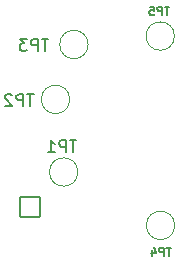
<source format=gbr>
%TF.GenerationSoftware,KiCad,Pcbnew,7.0.10*%
%TF.CreationDate,2024-01-24T08:03:13+07:00*%
%TF.ProjectId,QMTech-MiSTeX,514d5465-6368-42d4-9d69-535465582e6b,rev?*%
%TF.SameCoordinates,Original*%
%TF.FileFunction,Legend,Bot*%
%TF.FilePolarity,Positive*%
%FSLAX46Y46*%
G04 Gerber Fmt 4.6, Leading zero omitted, Abs format (unit mm)*
G04 Created by KiCad (PCBNEW 7.0.10) date 2024-01-24 08:03:13*
%MOMM*%
%LPD*%
G01*
G04 APERTURE LIST*
G04 Aperture macros list*
%AMRoundRect*
0 Rectangle with rounded corners*
0 $1 Rounding radius*
0 $2 $3 $4 $5 $6 $7 $8 $9 X,Y pos of 4 corners*
0 Add a 4 corners polygon primitive as box body*
4,1,4,$2,$3,$4,$5,$6,$7,$8,$9,$2,$3,0*
0 Add four circle primitives for the rounded corners*
1,1,$1+$1,$2,$3*
1,1,$1+$1,$4,$5*
1,1,$1+$1,$6,$7*
1,1,$1+$1,$8,$9*
0 Add four rect primitives between the rounded corners*
20,1,$1+$1,$2,$3,$4,$5,0*
20,1,$1+$1,$4,$5,$6,$7,0*
20,1,$1+$1,$6,$7,$8,$9,0*
20,1,$1+$1,$8,$9,$2,$3,0*%
G04 Aperture macros list end*
%ADD10C,0.150000*%
%ADD11C,0.120000*%
%ADD12RoundRect,0.100000X0.850000X0.850000X-0.850000X0.850000X-0.850000X-0.850000X0.850000X-0.850000X0*%
%ADD13O,1.900000X1.900000*%
%ADD14RoundRect,0.100000X-0.850000X0.850000X-0.850000X-0.850000X0.850000X-0.850000X0.850000X0.850000X0*%
%ADD15C,1.900000*%
%ADD16C,4.200000*%
%ADD17RoundRect,0.100000X-0.850000X-0.850000X0.850000X-0.850000X0.850000X0.850000X-0.850000X0.850000X0*%
%ADD18R,1.680000X1.680000*%
%ADD19O,1.680000X1.680000*%
%ADD20C,1.000000*%
%ADD21C,6.200000*%
%ADD22C,3.200000*%
%ADD23C,0.850000*%
%ADD24O,2.300000X1.200000*%
%ADD25O,1.800000X1.200000*%
%ADD26RoundRect,0.100000X0.850000X-0.850000X0.850000X0.850000X-0.850000X0.850000X-0.850000X-0.850000X0*%
%ADD27O,3.700000X1.700000*%
%ADD28O,2.500000X1.700000*%
%ADD29RoundRect,0.100000X-0.700000X0.700000X-0.700000X-0.700000X0.700000X-0.700000X0.700000X0.700000X0*%
%ADD30C,1.600000*%
%ADD31C,2.000000*%
%ADD32C,1.200000*%
%ADD33O,3.900000X2.000000*%
%ADD34C,1.300000*%
%ADD35C,2.200000*%
G04 APERTURE END LIST*
D10*
X228058504Y-53201219D02*
X227487076Y-53201219D01*
X227772790Y-54201219D02*
X227772790Y-53201219D01*
X227153742Y-54201219D02*
X227153742Y-53201219D01*
X227153742Y-53201219D02*
X226772790Y-53201219D01*
X226772790Y-53201219D02*
X226677552Y-53248838D01*
X226677552Y-53248838D02*
X226629933Y-53296457D01*
X226629933Y-53296457D02*
X226582314Y-53391695D01*
X226582314Y-53391695D02*
X226582314Y-53534552D01*
X226582314Y-53534552D02*
X226629933Y-53629790D01*
X226629933Y-53629790D02*
X226677552Y-53677409D01*
X226677552Y-53677409D02*
X226772790Y-53725028D01*
X226772790Y-53725028D02*
X227153742Y-53725028D01*
X225629933Y-54201219D02*
X226201361Y-54201219D01*
X225915647Y-54201219D02*
X225915647Y-53201219D01*
X225915647Y-53201219D02*
X226010885Y-53344076D01*
X226010885Y-53344076D02*
X226106123Y-53439314D01*
X226106123Y-53439314D02*
X226201361Y-53486933D01*
X235934933Y-41881633D02*
X235534933Y-41881633D01*
X235734933Y-42581633D02*
X235734933Y-41881633D01*
X235301600Y-42581633D02*
X235301600Y-41881633D01*
X235301600Y-41881633D02*
X235034933Y-41881633D01*
X235034933Y-41881633D02*
X234968267Y-41914966D01*
X234968267Y-41914966D02*
X234934933Y-41948300D01*
X234934933Y-41948300D02*
X234901600Y-42014966D01*
X234901600Y-42014966D02*
X234901600Y-42114966D01*
X234901600Y-42114966D02*
X234934933Y-42181633D01*
X234934933Y-42181633D02*
X234968267Y-42214966D01*
X234968267Y-42214966D02*
X235034933Y-42248300D01*
X235034933Y-42248300D02*
X235301600Y-42248300D01*
X234268267Y-41881633D02*
X234601600Y-41881633D01*
X234601600Y-41881633D02*
X234634933Y-42214966D01*
X234634933Y-42214966D02*
X234601600Y-42181633D01*
X234601600Y-42181633D02*
X234534933Y-42148300D01*
X234534933Y-42148300D02*
X234368267Y-42148300D01*
X234368267Y-42148300D02*
X234301600Y-42181633D01*
X234301600Y-42181633D02*
X234268267Y-42214966D01*
X234268267Y-42214966D02*
X234234933Y-42281633D01*
X234234933Y-42281633D02*
X234234933Y-42448300D01*
X234234933Y-42448300D02*
X234268267Y-42514966D01*
X234268267Y-42514966D02*
X234301600Y-42548300D01*
X234301600Y-42548300D02*
X234368267Y-42581633D01*
X234368267Y-42581633D02*
X234534933Y-42581633D01*
X234534933Y-42581633D02*
X234601600Y-42548300D01*
X234601600Y-42548300D02*
X234634933Y-42514966D01*
X225670904Y-44616019D02*
X225099476Y-44616019D01*
X225385190Y-45616019D02*
X225385190Y-44616019D01*
X224766142Y-45616019D02*
X224766142Y-44616019D01*
X224766142Y-44616019D02*
X224385190Y-44616019D01*
X224385190Y-44616019D02*
X224289952Y-44663638D01*
X224289952Y-44663638D02*
X224242333Y-44711257D01*
X224242333Y-44711257D02*
X224194714Y-44806495D01*
X224194714Y-44806495D02*
X224194714Y-44949352D01*
X224194714Y-44949352D02*
X224242333Y-45044590D01*
X224242333Y-45044590D02*
X224289952Y-45092209D01*
X224289952Y-45092209D02*
X224385190Y-45139828D01*
X224385190Y-45139828D02*
X224766142Y-45139828D01*
X223861380Y-44616019D02*
X223242333Y-44616019D01*
X223242333Y-44616019D02*
X223575666Y-44996971D01*
X223575666Y-44996971D02*
X223432809Y-44996971D01*
X223432809Y-44996971D02*
X223337571Y-45044590D01*
X223337571Y-45044590D02*
X223289952Y-45092209D01*
X223289952Y-45092209D02*
X223242333Y-45187447D01*
X223242333Y-45187447D02*
X223242333Y-45425542D01*
X223242333Y-45425542D02*
X223289952Y-45520780D01*
X223289952Y-45520780D02*
X223337571Y-45568400D01*
X223337571Y-45568400D02*
X223432809Y-45616019D01*
X223432809Y-45616019D02*
X223718523Y-45616019D01*
X223718523Y-45616019D02*
X223813761Y-45568400D01*
X223813761Y-45568400D02*
X223861380Y-45520780D01*
X236061933Y-62277833D02*
X235661933Y-62277833D01*
X235861933Y-62977833D02*
X235861933Y-62277833D01*
X235428600Y-62977833D02*
X235428600Y-62277833D01*
X235428600Y-62277833D02*
X235161933Y-62277833D01*
X235161933Y-62277833D02*
X235095267Y-62311166D01*
X235095267Y-62311166D02*
X235061933Y-62344500D01*
X235061933Y-62344500D02*
X235028600Y-62411166D01*
X235028600Y-62411166D02*
X235028600Y-62511166D01*
X235028600Y-62511166D02*
X235061933Y-62577833D01*
X235061933Y-62577833D02*
X235095267Y-62611166D01*
X235095267Y-62611166D02*
X235161933Y-62644500D01*
X235161933Y-62644500D02*
X235428600Y-62644500D01*
X234428600Y-62511166D02*
X234428600Y-62977833D01*
X234595267Y-62244500D02*
X234761933Y-62744500D01*
X234761933Y-62744500D02*
X234328600Y-62744500D01*
X224451704Y-49289619D02*
X223880276Y-49289619D01*
X224165990Y-50289619D02*
X224165990Y-49289619D01*
X223546942Y-50289619D02*
X223546942Y-49289619D01*
X223546942Y-49289619D02*
X223165990Y-49289619D01*
X223165990Y-49289619D02*
X223070752Y-49337238D01*
X223070752Y-49337238D02*
X223023133Y-49384857D01*
X223023133Y-49384857D02*
X222975514Y-49480095D01*
X222975514Y-49480095D02*
X222975514Y-49622952D01*
X222975514Y-49622952D02*
X223023133Y-49718190D01*
X223023133Y-49718190D02*
X223070752Y-49765809D01*
X223070752Y-49765809D02*
X223165990Y-49813428D01*
X223165990Y-49813428D02*
X223546942Y-49813428D01*
X222594561Y-49384857D02*
X222546942Y-49337238D01*
X222546942Y-49337238D02*
X222451704Y-49289619D01*
X222451704Y-49289619D02*
X222213609Y-49289619D01*
X222213609Y-49289619D02*
X222118371Y-49337238D01*
X222118371Y-49337238D02*
X222070752Y-49384857D01*
X222070752Y-49384857D02*
X222023133Y-49480095D01*
X222023133Y-49480095D02*
X222023133Y-49575333D01*
X222023133Y-49575333D02*
X222070752Y-49718190D01*
X222070752Y-49718190D02*
X222642180Y-50289619D01*
X222642180Y-50289619D02*
X222023133Y-50289619D01*
D11*
%TO.C,TP1*%
X228174400Y-55880000D02*
G75*
G03*
X225774400Y-55880000I-1200000J0D01*
G01*
X225774400Y-55880000D02*
G75*
G03*
X228174400Y-55880000I1200000J0D01*
G01*
%TO.C,TP5*%
X236353200Y-44373800D02*
G75*
G03*
X233953200Y-44373800I-1200000J0D01*
G01*
X233953200Y-44373800D02*
G75*
G03*
X236353200Y-44373800I1200000J0D01*
G01*
%TO.C,TP3*%
X229038000Y-45085000D02*
G75*
G03*
X226638000Y-45085000I-1200000J0D01*
G01*
X226638000Y-45085000D02*
G75*
G03*
X229038000Y-45085000I1200000J0D01*
G01*
%TO.C,TP4*%
X236378600Y-60401200D02*
G75*
G03*
X233978600Y-60401200I-1200000J0D01*
G01*
X233978600Y-60401200D02*
G75*
G03*
X236378600Y-60401200I1200000J0D01*
G01*
%TO.C,TP2*%
X227488600Y-49733200D02*
G75*
G03*
X225088600Y-49733200I-1200000J0D01*
G01*
X225088600Y-49733200D02*
G75*
G03*
X227488600Y-49733200I1200000J0D01*
G01*
%TD*%
%LPC*%
D12*
%TO.C,J14*%
X148386800Y-72034400D03*
D13*
X148386800Y-69494400D03*
X148386800Y-66954400D03*
X148386800Y-64414400D03*
X148386800Y-61874400D03*
%TD*%
D14*
%TO.C,J6*%
X175209200Y-44704000D03*
D13*
X172669200Y-44704000D03*
X170129200Y-44704000D03*
X167589200Y-44704000D03*
X165049200Y-44704000D03*
X162509200Y-44704000D03*
%TD*%
D15*
%TO.C,VGA1*%
X230480800Y-48073800D03*
X230480800Y-50343800D03*
X230480800Y-52633800D03*
X230480800Y-54923800D03*
X230480800Y-57213800D03*
X232460800Y-46913800D03*
X232460800Y-49193800D03*
X232460800Y-51493800D03*
X232460800Y-53773800D03*
X232460800Y-56073800D03*
X234440800Y-48073800D03*
X234440800Y-50343800D03*
X234440800Y-52633800D03*
X234440800Y-54923800D03*
X234440800Y-57213800D03*
D16*
X232460800Y-39893800D03*
X232460800Y-64873800D03*
%TD*%
D17*
%TO.C,J12*%
X172593000Y-51206400D03*
D13*
X172593000Y-53746400D03*
X172593000Y-56286400D03*
%TD*%
D18*
%TO.C,J4*%
X136309100Y-58694400D03*
D19*
X138849100Y-58694400D03*
X136309100Y-61234400D03*
X138849100Y-61234400D03*
X136309100Y-63774400D03*
X138849100Y-63774400D03*
X136309100Y-66314400D03*
X138849100Y-66314400D03*
X136309100Y-68854400D03*
X138849100Y-68854400D03*
X136309100Y-71394400D03*
X138849100Y-71394400D03*
X136309100Y-73934400D03*
X138849100Y-73934400D03*
X136309100Y-76474400D03*
X138849100Y-76474400D03*
X136309100Y-79014400D03*
X138849100Y-79014400D03*
X136309100Y-81554400D03*
X138849100Y-81554400D03*
X136309100Y-84094400D03*
X138849100Y-84094400D03*
X136309100Y-86634400D03*
X138849100Y-86634400D03*
X136309100Y-89174400D03*
X138849100Y-89174400D03*
X136309100Y-91714400D03*
X138849100Y-91714400D03*
X136309100Y-94254400D03*
X138849100Y-94254400D03*
X136309100Y-96794400D03*
X138849100Y-96794400D03*
X136309100Y-99334400D03*
X138849100Y-99334400D03*
X136309100Y-101874400D03*
X138849100Y-101874400D03*
X136309100Y-104414400D03*
X138849100Y-104414400D03*
X136309100Y-106954400D03*
X138849100Y-106954400D03*
X136309100Y-109494400D03*
X138849100Y-109494400D03*
X136309100Y-112034400D03*
X138849100Y-112034400D03*
X136309100Y-114574400D03*
X138849100Y-114574400D03*
X136309100Y-117114400D03*
X138849100Y-117114400D03*
X136309100Y-119654400D03*
X138849100Y-119654400D03*
X136309100Y-122194400D03*
X138849100Y-122194400D03*
X136309100Y-124734400D03*
X138849100Y-124734400D03*
X136309100Y-127274400D03*
X138849100Y-127274400D03*
X136309100Y-129814400D03*
X138849100Y-129814400D03*
X136309100Y-132354400D03*
X138849100Y-132354400D03*
X136309100Y-134894400D03*
X138849100Y-134894400D03*
X136309100Y-137434400D03*
X138849100Y-137434400D03*
%TD*%
D20*
%TO.C,H8*%
X107387000Y-62103000D03*
X108046010Y-60512010D03*
X108046010Y-63693990D03*
X109637000Y-59853000D03*
D21*
X109637000Y-62103000D03*
D20*
X109637000Y-64353000D03*
X111227990Y-60512010D03*
X111227990Y-63693990D03*
X111887000Y-62103000D03*
%TD*%
D12*
%TO.C,J11*%
X227457000Y-108966000D03*
D13*
X227457000Y-106426000D03*
X227457000Y-103886000D03*
X227457000Y-101346000D03*
X227457000Y-98806000D03*
X227457000Y-96266000D03*
%TD*%
D22*
%TO.C,H3*%
X99314000Y-98044000D03*
%TD*%
D18*
%TO.C,J2*%
X130149600Y-86715600D03*
D19*
X132689600Y-86715600D03*
X130149600Y-89255600D03*
X132689600Y-89255600D03*
X130149600Y-91795600D03*
X132689600Y-91795600D03*
X130149600Y-94335600D03*
X132689600Y-94335600D03*
X130149600Y-96875600D03*
X132689600Y-96875600D03*
X130149600Y-99415600D03*
X132689600Y-99415600D03*
X130149600Y-101955600D03*
X132689600Y-101955600D03*
X130149600Y-104495600D03*
X132689600Y-104495600D03*
X130149600Y-107035600D03*
X132689600Y-107035600D03*
X130149600Y-109575600D03*
X132689600Y-109575600D03*
X130149600Y-112115600D03*
X132689600Y-112115600D03*
X130149600Y-114655600D03*
X132689600Y-114655600D03*
X130149600Y-117195600D03*
X132689600Y-117195600D03*
X130149600Y-119735600D03*
X132689600Y-119735600D03*
X130149600Y-122275600D03*
X132689600Y-122275600D03*
X130149600Y-124815600D03*
X132689600Y-124815600D03*
X130149600Y-127355600D03*
X132689600Y-127355600D03*
X130149600Y-129895600D03*
X132689600Y-129895600D03*
X130149600Y-132435600D03*
X132689600Y-132435600D03*
X130149600Y-134975600D03*
X132689600Y-134975600D03*
%TD*%
D22*
%TO.C,H1*%
X99314000Y-39878000D03*
%TD*%
D17*
%TO.C,J9*%
X169595800Y-73253600D03*
D13*
X169595800Y-75793600D03*
%TD*%
D14*
%TO.C,JP1*%
X133223000Y-42419000D03*
D13*
X130683000Y-42419000D03*
X128143000Y-42419000D03*
%TD*%
D17*
%TO.C,J8*%
X205994000Y-114376200D03*
D13*
X205994000Y-116916200D03*
X205994000Y-119456200D03*
%TD*%
D20*
%TO.C,H6*%
X222093400Y-40563800D03*
X222752410Y-38972810D03*
X222752410Y-42154790D03*
X224343400Y-38313800D03*
D21*
X224343400Y-40563800D03*
D20*
X224343400Y-42813800D03*
X225934390Y-38972810D03*
X225934390Y-42154790D03*
X226593400Y-40563800D03*
%TD*%
D23*
%TO.C,J3*%
X100906000Y-86520000D03*
X100906000Y-92300000D03*
D24*
X101406000Y-85090000D03*
D25*
X97226000Y-85090000D03*
D24*
X101406000Y-93730000D03*
D25*
X97226000Y-93730000D03*
%TD*%
D17*
%TO.C,J1*%
X121259600Y-44907200D03*
D13*
X123799600Y-44907200D03*
X121259600Y-47447200D03*
X123799600Y-47447200D03*
X121259600Y-49987200D03*
X123799600Y-49987200D03*
X121259600Y-52527200D03*
X123799600Y-52527200D03*
X121259600Y-55067200D03*
X123799600Y-55067200D03*
X121259600Y-57607200D03*
X123799600Y-57607200D03*
X121259600Y-60147200D03*
X123799600Y-60147200D03*
X121259600Y-62687200D03*
X123799600Y-62687200D03*
X121259600Y-65227200D03*
X123799600Y-65227200D03*
X121259600Y-67767200D03*
X123799600Y-67767200D03*
X121259600Y-70307200D03*
X123799600Y-70307200D03*
X121259600Y-72847200D03*
X123799600Y-72847200D03*
X121259600Y-75387200D03*
X123799600Y-75387200D03*
X121259600Y-77927200D03*
X123799600Y-77927200D03*
X121259600Y-80467200D03*
X123799600Y-80467200D03*
X121259600Y-83007200D03*
X123799600Y-83007200D03*
X121259600Y-85547200D03*
X123799600Y-85547200D03*
X121259600Y-88087200D03*
X123799600Y-88087200D03*
X121259600Y-90627200D03*
X123799600Y-90627200D03*
X121259600Y-93167200D03*
X123799600Y-93167200D03*
%TD*%
D17*
%TO.C,J7*%
X172516800Y-59969400D03*
D13*
X172516800Y-62509400D03*
X172516800Y-65049400D03*
%TD*%
D26*
%TO.C,J10*%
X224129600Y-58826400D03*
D13*
X226669600Y-58826400D03*
%TD*%
D23*
%TO.C,J13*%
X232781800Y-144598600D03*
X232781800Y-138818600D03*
D24*
X232281800Y-146028600D03*
D25*
X236461800Y-146028600D03*
D24*
X232281800Y-137388600D03*
D25*
X236461800Y-137388600D03*
%TD*%
D27*
%TO.C,HDMI1*%
X229717600Y-89938000D03*
X229717600Y-75438000D03*
D28*
X235677600Y-89938000D03*
X235677600Y-75438000D03*
%TD*%
D18*
%TO.C,J5*%
X197269100Y-58694400D03*
D19*
X199809100Y-58694400D03*
X197269100Y-61234400D03*
X199809100Y-61234400D03*
X197269100Y-63774400D03*
X199809100Y-63774400D03*
X197269100Y-66314400D03*
X199809100Y-66314400D03*
X197269100Y-68854400D03*
X199809100Y-68854400D03*
X197269100Y-71394400D03*
X199809100Y-71394400D03*
X197269100Y-73934400D03*
X199809100Y-73934400D03*
X197269100Y-76474400D03*
X199809100Y-76474400D03*
X197269100Y-79014400D03*
X199809100Y-79014400D03*
X197269100Y-81554400D03*
X199809100Y-81554400D03*
X197269100Y-84094400D03*
X199809100Y-84094400D03*
X197269100Y-86634400D03*
X199809100Y-86634400D03*
X197269100Y-89174400D03*
X199809100Y-89174400D03*
X197269100Y-91714400D03*
X199809100Y-91714400D03*
X197269100Y-94254400D03*
X199809100Y-94254400D03*
X197269100Y-96794400D03*
X199809100Y-96794400D03*
X197269100Y-99334400D03*
X199809100Y-99334400D03*
X197269100Y-101874400D03*
X199809100Y-101874400D03*
X197269100Y-104414400D03*
X199809100Y-104414400D03*
X197269100Y-106954400D03*
X199809100Y-106954400D03*
X197269100Y-109494400D03*
X199809100Y-109494400D03*
X197269100Y-112034400D03*
X199809100Y-112034400D03*
X197269100Y-114574400D03*
X199809100Y-114574400D03*
X197269100Y-117114400D03*
X199809100Y-117114400D03*
X197269100Y-119654400D03*
X199809100Y-119654400D03*
X197269100Y-122194400D03*
X199809100Y-122194400D03*
X197269100Y-124734400D03*
X199809100Y-124734400D03*
X197269100Y-127274400D03*
X199809100Y-127274400D03*
X197269100Y-129814400D03*
X199809100Y-129814400D03*
X197269100Y-132354400D03*
X199809100Y-132354400D03*
X197269100Y-134894400D03*
X199809100Y-134894400D03*
X197269100Y-137434400D03*
X199809100Y-137434400D03*
%TD*%
D22*
%TO.C,H2*%
X122555000Y-39878000D03*
%TD*%
D20*
%TO.C,H7*%
X231480800Y-152374600D03*
X232139810Y-150783610D03*
X232139810Y-153965590D03*
X233730800Y-150124600D03*
D21*
X233730800Y-152374600D03*
D20*
X233730800Y-154624600D03*
X235321790Y-150783610D03*
X235321790Y-153965590D03*
X235980800Y-152374600D03*
%TD*%
D29*
%TO.C,U5*%
X226589600Y-120573800D03*
D30*
X226589600Y-118033800D03*
X226589600Y-115493800D03*
D31*
X229209600Y-120573800D03*
X229209600Y-115493800D03*
%TD*%
D32*
%TO.C,TF1*%
X205566400Y-152689200D03*
X213546400Y-152689200D03*
%TD*%
D33*
%TO.C,USB1*%
X106721000Y-56247000D03*
X106721000Y-43447000D03*
%TD*%
D34*
%TO.C,CN1*%
X234649100Y-129692400D03*
X228649100Y-129692400D03*
%TD*%
D20*
%TO.C,H5*%
X99005000Y-151206200D03*
X99664010Y-149615210D03*
X99664010Y-152797190D03*
X101255000Y-148956200D03*
D21*
X101255000Y-151206200D03*
D20*
X101255000Y-153456200D03*
X102845990Y-149615210D03*
X102845990Y-152797190D03*
X103505000Y-151206200D03*
%TD*%
D22*
%TO.C,H4*%
X122555000Y-98044000D03*
%TD*%
D35*
%TO.C,TP1*%
X226974400Y-55880000D03*
%TD*%
%TO.C,TP5*%
X235153200Y-44373800D03*
%TD*%
%TO.C,TP3*%
X227838000Y-45085000D03*
%TD*%
%TO.C,TP4*%
X235178600Y-60401200D03*
%TD*%
%TO.C,TP2*%
X226288600Y-49733200D03*
%TD*%
%LPD*%
M02*

</source>
